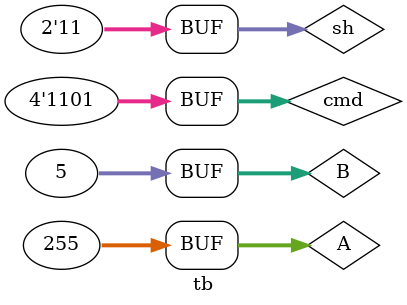
<source format=v>
module tb;

	reg [31:0] A,B;
	wire [31:0] result;
	
	reg[3:0] cmd;
	wire [3:0] nzcv;
	
	reg [1:0] sh;
	
	reg [4:0] shtam5;
	
	reg i,s;

	alu cpu_alu(A,B,cmd,sh,shatm5,i,s,result,nzcv);
	
	initial begin
		#10;
		cmd = 4'b1101;
		sh = 2'b11;
		A = 255;
		B = 5;
		#10;
		
	end

endmodule 
</source>
